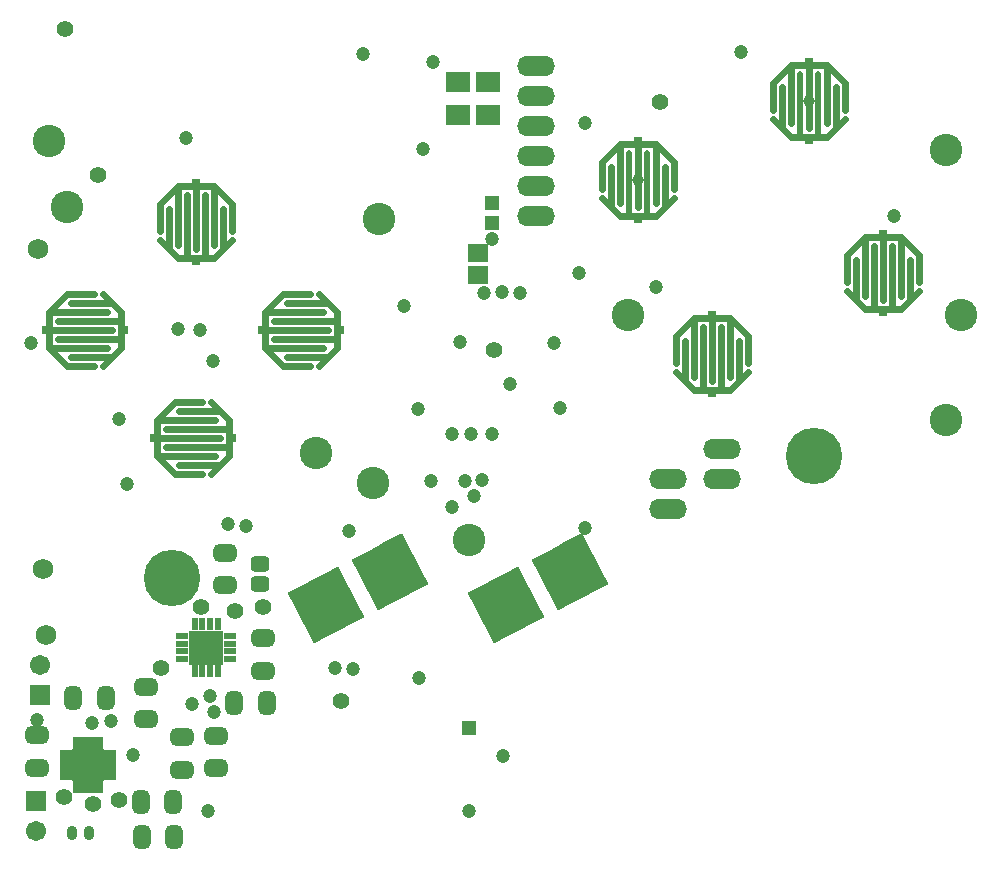
<source format=gts>
G04 Layer_Color=8388736*
%FSLAX44Y44*%
%MOMM*%
G71*
G01*
G75*
%ADD80P,6.8250X4X72.5*%
%ADD81R,0.8032X0.8032*%
G04:AMPARAMS|DCode=82|XSize=1.9532mm|YSize=1.4532mm|CornerRadius=0.4141mm|HoleSize=0mm|Usage=FLASHONLY|Rotation=0.000|XOffset=0mm|YOffset=0mm|HoleType=Round|Shape=RoundedRectangle|*
%AMROUNDEDRECTD82*
21,1,1.9532,0.6250,0,0,0.0*
21,1,1.1250,1.4532,0,0,0.0*
1,1,0.8282,0.5625,-0.3125*
1,1,0.8282,-0.5625,-0.3125*
1,1,0.8282,-0.5625,0.3125*
1,1,0.8282,0.5625,0.3125*
%
%ADD82ROUNDEDRECTD82*%
G04:AMPARAMS|DCode=83|XSize=1.9532mm|YSize=1.4532mm|CornerRadius=0.4141mm|HoleSize=0mm|Usage=FLASHONLY|Rotation=270.000|XOffset=0mm|YOffset=0mm|HoleType=Round|Shape=RoundedRectangle|*
%AMROUNDEDRECTD83*
21,1,1.9532,0.6250,0,0,270.0*
21,1,1.1250,1.4532,0,0,270.0*
1,1,0.8282,-0.3125,-0.5625*
1,1,0.8282,-0.3125,0.5625*
1,1,0.8282,0.3125,0.5625*
1,1,0.8282,0.3125,-0.5625*
%
%ADD83ROUNDEDRECTD83*%
G04:AMPARAMS|DCode=84|XSize=1.6032mm|YSize=1.3032mm|CornerRadius=0.3766mm|HoleSize=0mm|Usage=FLASHONLY|Rotation=0.000|XOffset=0mm|YOffset=0mm|HoleType=Round|Shape=RoundedRectangle|*
%AMROUNDEDRECTD84*
21,1,1.6032,0.5500,0,0,0.0*
21,1,0.8500,1.3032,0,0,0.0*
1,1,0.7532,0.4250,-0.2750*
1,1,0.7532,-0.4250,-0.2750*
1,1,0.7532,-0.4250,0.2750*
1,1,0.7532,0.4250,0.2750*
%
%ADD84ROUNDEDRECTD84*%
%ADD85R,1.2032X1.3033*%
%ADD86R,1.7033X1.5032*%
%ADD87R,0.8032X0.8032*%
%ADD88R,2.0033X1.8032*%
%ADD89P,2.9814X4X72.5*%
G04:AMPARAMS|DCode=90|XSize=0.8032mm|YSize=1.1032mm|CornerRadius=0.2516mm|HoleSize=0mm|Usage=FLASHONLY|Rotation=0.000|XOffset=0mm|YOffset=0mm|HoleType=Round|Shape=RoundedRectangle|*
%AMROUNDEDRECTD90*
21,1,0.8032,0.6000,0,0,0.0*
21,1,0.3000,1.1032,0,0,0.0*
1,1,0.5032,0.1500,-0.3000*
1,1,0.5032,-0.1500,-0.3000*
1,1,0.5032,-0.1500,0.3000*
1,1,0.5032,0.1500,0.3000*
%
%ADD90ROUNDEDRECTD90*%
%ADD91R,3.0032X3.0032*%
%ADD92R,1.0032X0.5532*%
%ADD93R,0.5532X1.0032*%
%ADD94R,2.7032X2.7032*%
%ADD95R,1.0162X0.5082*%
%ADD96R,0.5082X1.0162*%
%ADD97C,0.6096*%
%ADD98C,0.5032*%
%ADD99C,2.7432*%
%ADD100C,4.7752*%
%ADD101C,1.7272*%
%ADD102O,3.2032X1.7032*%
%ADD103C,1.7032*%
%ADD104R,1.7032X1.7032*%
%ADD105R,1.2032X1.2032*%
%ADD106C,1.2032*%
%ADD107C,1.4032*%
%ADD108C,0.7032*%
%ADD109C,1.0032*%
D80*
X568056Y321414D02*
D03*
X513984Y293266D02*
D03*
X666384D02*
D03*
X720456Y321414D02*
D03*
D81*
X985500Y540980D02*
D03*
Y607020D02*
D03*
X840750Y472480D02*
D03*
Y538520D02*
D03*
X403750Y584230D02*
D03*
Y650270D02*
D03*
X923250Y753020D02*
D03*
Y686980D02*
D03*
X778500Y685770D02*
D03*
Y619730D02*
D03*
D82*
X269500Y155250D02*
D03*
Y182750D02*
D03*
X428750Y310000D02*
D03*
Y337500D02*
D03*
X460750Y237500D02*
D03*
Y265000D02*
D03*
X362000Y223750D02*
D03*
Y196250D02*
D03*
X421250Y154750D02*
D03*
Y182250D02*
D03*
X391750Y153750D02*
D03*
Y181250D02*
D03*
D83*
X300250Y214500D02*
D03*
X327750D02*
D03*
X436500Y209750D02*
D03*
X464000D02*
D03*
X357250Y126000D02*
D03*
X384750D02*
D03*
X358250Y96500D02*
D03*
X385750D02*
D03*
D84*
X458250Y310500D02*
D03*
Y328000D02*
D03*
D85*
X654250Y633749D02*
D03*
Y616751D02*
D03*
D86*
X642750Y572250D02*
D03*
Y591250D02*
D03*
D87*
X434270Y434500D02*
D03*
X368230D02*
D03*
X343020Y525750D02*
D03*
X276980D02*
D03*
X525770Y526000D02*
D03*
X459730D02*
D03*
D88*
X651000Y707999D02*
D03*
Y736001D02*
D03*
X626000Y707999D02*
D03*
Y736001D02*
D03*
D89*
X573727Y339400D02*
D03*
X550070Y327085D02*
D03*
X726127Y339400D02*
D03*
X738442Y315743D02*
D03*
X562385Y303428D02*
D03*
X586042Y315743D02*
D03*
X519655Y311252D02*
D03*
X531970Y287595D02*
D03*
X508313Y275280D02*
D03*
X495998Y298937D02*
D03*
X648398D02*
D03*
X660713Y275280D02*
D03*
X684370Y287595D02*
D03*
X672055Y311252D02*
D03*
X702470Y327085D02*
D03*
X714785Y303428D02*
D03*
D90*
X298750Y100250D02*
D03*
X313750D02*
D03*
D91*
X412500Y257000D02*
D03*
D92*
X432500Y266750D02*
D03*
Y260250D02*
D03*
Y253750D02*
D03*
Y247250D02*
D03*
X392500D02*
D03*
Y253750D02*
D03*
Y260250D02*
D03*
Y266750D02*
D03*
D93*
X422250Y237000D02*
D03*
X415750D02*
D03*
X409250D02*
D03*
X402750D02*
D03*
Y277000D02*
D03*
X409250D02*
D03*
X415750D02*
D03*
X422250D02*
D03*
D94*
X312420Y157480D02*
D03*
D95*
X293620Y147570D02*
D03*
Y152400D02*
D03*
Y157480D02*
D03*
Y162560D02*
D03*
Y167390D02*
D03*
X331220Y167380D02*
D03*
Y162560D02*
D03*
Y157480D02*
D03*
Y152400D02*
D03*
Y147570D02*
D03*
D96*
X302510Y176280D02*
D03*
X307340D02*
D03*
X312420D02*
D03*
X317500D02*
D03*
X322330D02*
D03*
X322580Y138680D02*
D03*
X317500D02*
D03*
X312420D02*
D03*
X307340D02*
D03*
X302510D02*
D03*
D97*
X370770Y434500D02*
Y449740D01*
Y419260D02*
Y434500D01*
X388510Y598200D02*
Y647730D01*
X396130Y586770D02*
Y640110D01*
X380890Y594390D02*
Y628680D01*
X403750Y594390D02*
Y647730D01*
X373270Y609630D02*
Y632490D01*
X388510Y647730D01*
X396130Y586770D02*
X411370D01*
X340480Y518130D02*
Y533370D01*
X523230Y518380D02*
Y533620D01*
X481320Y548860D02*
X515610D01*
X462270Y526000D02*
X515610D01*
X462270Y541240D02*
X511800D01*
X477510Y556480D02*
X500370D01*
X462270Y541240D02*
X477510Y556480D01*
X523230Y533620D02*
Y541240D01*
X515610Y548860D02*
X523230Y541240D01*
X469890Y518380D02*
X523230D01*
X955020Y558760D02*
X962640Y551140D01*
X1008360D02*
X1015980Y558760D01*
X955020Y566380D02*
Y589240D01*
X970260Y604480D01*
X1015980Y566380D02*
Y589240D01*
X1000740Y604480D02*
X1015980Y589240D01*
X962640Y551140D02*
Y585430D01*
X970260Y554950D02*
Y604480D01*
X977880Y543520D02*
Y596860D01*
X985500Y551140D02*
Y604480D01*
X993120Y543520D02*
Y596860D01*
X1000740Y554950D02*
Y604480D01*
X1008360Y551140D02*
Y585430D01*
X985500Y604480D02*
X1000740D01*
X970260D02*
X985500D01*
X962640Y551140D02*
X970260Y543520D01*
X977880D01*
X993120D01*
X1000740D01*
X1008360Y551140D01*
X810270Y490260D02*
X817890Y482640D01*
X863610D02*
X871230Y490260D01*
X810270Y497880D02*
Y520740D01*
X825510Y535980D01*
X871230Y497880D02*
Y520740D01*
X855990Y535980D02*
X871230Y520740D01*
X817890Y482640D02*
Y516930D01*
X825510Y486450D02*
Y535980D01*
X833130Y475020D02*
Y528360D01*
X840750Y482640D02*
Y535980D01*
X848370Y475020D02*
Y528360D01*
X855990Y486450D02*
Y535980D01*
X863610Y482640D02*
Y516930D01*
X840750Y535980D02*
X855990D01*
X825510D02*
X840750D01*
X817890Y482640D02*
X825510Y475020D01*
X833130D01*
X848370D01*
X855990D01*
X863610Y482640D01*
X416490Y404020D02*
X424110Y411640D01*
X416490Y464980D02*
X424110Y457360D01*
X386010Y404020D02*
X408870D01*
X370770Y419260D02*
X386010Y404020D01*
Y464980D02*
X408870D01*
X370770Y449740D02*
X386010Y464980D01*
X389820Y411640D02*
X424110D01*
X370770Y419260D02*
X420300D01*
X378390Y426880D02*
X431730D01*
X370770Y434500D02*
X424110D01*
X378390Y442120D02*
X431730D01*
X370770Y449740D02*
X420300D01*
X389820Y457360D02*
X424110D01*
Y411640D02*
X431730Y419260D01*
Y426880D01*
Y442120D02*
Y449740D01*
X424110Y457360D02*
X431730Y449740D01*
X325240Y495270D02*
X332860Y502890D01*
X325240Y556230D02*
X332860Y548610D01*
X294760Y495270D02*
X317620D01*
X279520Y510510D02*
X294760Y495270D01*
Y556230D02*
X317620D01*
X279520Y540990D02*
X294760Y556230D01*
X298570Y502890D02*
X332860D01*
X279520Y510510D02*
X329050D01*
X287140Y518130D02*
X340480D01*
X279520Y525750D02*
X332860D01*
X287140Y533370D02*
X340480D01*
X279520Y540990D02*
X329050D01*
X298570Y548610D02*
X332860D01*
X279520Y525750D02*
Y540990D01*
Y510510D02*
Y525750D01*
X332860Y502890D02*
X340480Y510510D01*
Y518130D01*
Y533370D02*
Y540990D01*
X332860Y548610D02*
X340480Y540990D01*
X507990Y495520D02*
X515610Y503140D01*
X507990Y556480D02*
X515610Y548860D01*
X477510Y495520D02*
X500370D01*
X462270Y510760D02*
X477510Y495520D01*
X481320Y503140D02*
X515610D01*
X462270Y510760D02*
X511800D01*
X469890Y533620D02*
X523230D01*
X462270Y526000D02*
Y541240D01*
Y510760D02*
Y526000D01*
X515610Y503140D02*
X523230Y510760D01*
Y518380D01*
X373270Y602010D02*
X380890Y594390D01*
X426610D02*
X434230Y602010D01*
Y609630D02*
Y632490D01*
X418990Y647730D02*
X434230Y632490D01*
X411370Y586770D02*
Y640110D01*
X418990Y598200D02*
Y647730D01*
X426610Y594390D02*
Y628680D01*
X403750Y647730D02*
X418990D01*
X388510D02*
X403750D01*
X380890Y594390D02*
X388510Y586770D01*
X396130D01*
X411370D02*
X418990D01*
X426610Y594390D01*
X923250Y697140D02*
Y750480D01*
X915630Y689520D02*
X930870D01*
X938490D01*
X892770Y704760D02*
X900390Y697140D01*
X946110D02*
X953730Y704760D01*
X892770Y712380D02*
Y735240D01*
X908010Y750480D01*
X953730Y712380D02*
Y735240D01*
X938490Y750480D02*
X953730Y735240D01*
X900390Y697140D02*
Y731430D01*
X908010Y700950D02*
Y750480D01*
X938490Y700950D02*
Y750480D01*
X946110Y697140D02*
Y731430D01*
X923250Y750480D02*
X938490D01*
X908010D02*
X923250D01*
X900390Y697140D02*
X908010Y689520D01*
X938490D02*
X946110Y697140D01*
X908010Y689520D02*
X915630D01*
X778500Y629890D02*
Y683230D01*
X770880Y622270D02*
X786120D01*
X793740D01*
X748020Y637510D02*
X755640Y629890D01*
X801360D02*
X808980Y637510D01*
X748020Y645130D02*
Y667990D01*
X763260Y683230D01*
X808980Y645130D02*
Y667990D01*
X793740Y683230D02*
X808980Y667990D01*
X755640Y629890D02*
Y664180D01*
X763260Y633700D02*
Y683230D01*
X793740Y633700D02*
Y683230D01*
X801360Y629890D02*
Y664180D01*
X778500Y683230D02*
X793740D01*
X763260D02*
X778500D01*
X755640Y629890D02*
X763260Y622270D01*
X793740D02*
X801360Y629890D01*
X763260Y622270D02*
X770880D01*
X431730Y426880D02*
Y442120D01*
D98*
X930870Y689520D02*
Y742860D01*
X915630Y689520D02*
Y742860D01*
X786120Y622270D02*
Y675610D01*
X770880Y622270D02*
Y675610D01*
D99*
X635000Y347980D02*
D03*
X279400Y685800D02*
D03*
X558800Y619760D02*
D03*
X553720Y396240D02*
D03*
X505460Y421640D02*
D03*
X294640Y629920D02*
D03*
X1038860Y678180D02*
D03*
Y449580D02*
D03*
X769620Y538480D02*
D03*
X1051560D02*
D03*
D100*
X384000Y316000D02*
D03*
X927100Y419100D02*
D03*
D101*
X270250Y594250D02*
D03*
X277000Y267750D02*
D03*
X274750Y323500D02*
D03*
D102*
X849500Y399550D02*
D03*
Y424950D02*
D03*
X803750Y374300D02*
D03*
Y399700D02*
D03*
X691750Y749500D02*
D03*
Y724100D02*
D03*
Y698700D02*
D03*
Y673300D02*
D03*
Y647900D02*
D03*
Y622500D02*
D03*
D103*
X272250Y242150D02*
D03*
X268250Y101600D02*
D03*
D104*
X272250Y216750D02*
D03*
X268250Y127000D02*
D03*
D105*
X635250Y188750D02*
D03*
D106*
Y118750D02*
D03*
X407250Y526250D02*
D03*
X389000Y527000D02*
D03*
X521750Y240000D02*
D03*
X664250Y165250D02*
D03*
X345500Y395250D02*
D03*
X338750Y450750D02*
D03*
X264250Y515250D02*
D03*
X536750Y239250D02*
D03*
X418500Y499750D02*
D03*
X592500Y231250D02*
D03*
X733250Y358500D02*
D03*
X596000Y678750D02*
D03*
X604250Y753000D02*
D03*
X332250Y194750D02*
D03*
X415750Y216297D02*
D03*
X419250Y202250D02*
D03*
X733250Y701500D02*
D03*
X728000Y574000D02*
D03*
X395750Y688250D02*
D03*
X793500Y562000D02*
D03*
X545382Y759500D02*
D03*
X414000Y119000D02*
D03*
X431000Y362000D02*
D03*
X446250Y360000D02*
D03*
X648250Y557250D02*
D03*
X678250Y557500D02*
D03*
X662749Y557749D02*
D03*
X592250Y459000D02*
D03*
X621000Y438000D02*
D03*
X636500Y438250D02*
D03*
X620750Y376000D02*
D03*
X603000Y398000D02*
D03*
X632000D02*
D03*
X580500Y546500D02*
D03*
X707000Y515000D02*
D03*
X712500Y459750D02*
D03*
X639500Y385750D02*
D03*
X655000Y438000D02*
D03*
X400500Y209250D02*
D03*
X646000Y398500D02*
D03*
X269000Y195500D02*
D03*
X865250Y761250D02*
D03*
X994750Y622750D02*
D03*
X533705Y356045D02*
D03*
X627500Y515750D02*
D03*
X350500Y165750D02*
D03*
X654250Y603000D02*
D03*
X669750Y480000D02*
D03*
X316000Y193250D02*
D03*
D107*
X460500Y291750D02*
D03*
X526750Y211750D02*
D03*
X292500Y130250D02*
D03*
X293250Y780750D02*
D03*
X321000Y657250D02*
D03*
X656000Y509000D02*
D03*
X316500Y124750D02*
D03*
X408000Y291250D02*
D03*
X437000Y287750D02*
D03*
X374500Y239500D02*
D03*
X339000Y127750D02*
D03*
X797000Y718750D02*
D03*
D108*
X304800Y165100D02*
D03*
X422660Y246840D02*
D03*
Y267160D02*
D03*
X412500Y246840D02*
D03*
Y267160D02*
D03*
X402340Y246840D02*
D03*
Y267160D02*
D03*
Y257000D02*
D03*
X412500D02*
D03*
X422660D02*
D03*
X320040Y149860D02*
D03*
Y157480D02*
D03*
Y165100D02*
D03*
X304800Y157480D02*
D03*
Y149860D02*
D03*
X312420Y165100D02*
D03*
Y149860D02*
D03*
Y157480D02*
D03*
D109*
X923250Y720000D02*
D03*
X778500Y652750D02*
D03*
M02*

</source>
